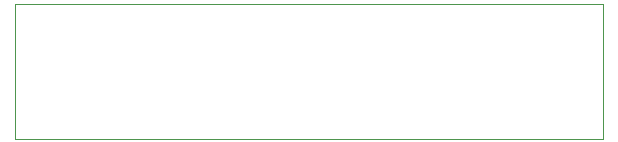
<source format=gtp>
G75*
%MOIN*%
%OFA0B0*%
%FSLAX25Y25*%
%IPPOS*%
%LPD*%
%AMOC8*
5,1,8,0,0,1.08239X$1,22.5*
%
%ADD10C,0.00000*%
D10*
X0042595Y0003750D02*
X0042595Y0048750D01*
X0238845Y0048750D01*
X0238845Y0003750D01*
X0042595Y0003750D01*
M02*

</source>
